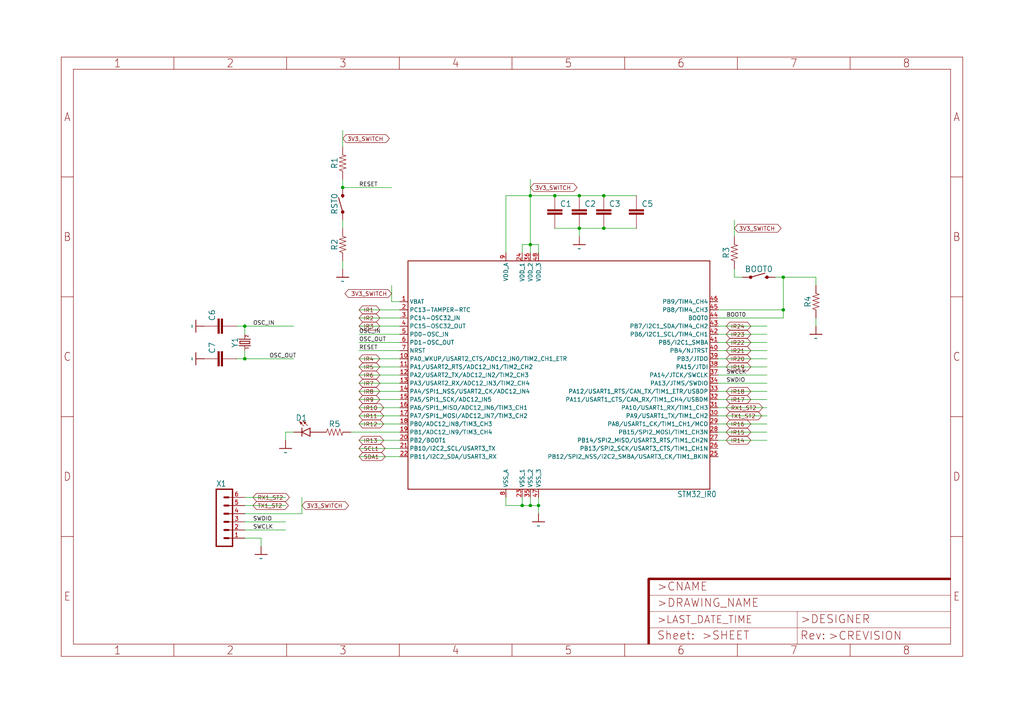
<source format=kicad_sch>
(kicad_sch (version 20211123) (generator eeschema)
  (paper "User" 318.77 225.501)
  (lib_symbols
    (symbol "layer3-eagle-import:CAPACITOR0603"
      (property "Reference" "C" (at 1.524 2.54 0))
      (property "Value" "CAPACITOR0603" (at 1.524 -2.54 0))
      (symbol "CAPACITOR0603_1_0"
        (rectangle (start -2.286 -0.762) (end 2.286 -0.254) (fill (type outline)))
        (rectangle (start -2.286 0.254) (end 2.286 0.762) (fill (type outline)))
        (polyline (pts (xy 0 -0.762) (xy 0 -5.08)) (stroke (width 0.1524)))
        (polyline (pts (xy 0 5.08) (xy 0 0.762)) (stroke (width 0.1524)))
        (pin passive line (at 0 5.08 270) (length 0) (name "1") (number "1"))
        (pin passive line (at 0 -5.08 90) (length 0) (name "2") (number "2"))
      )
    )
    (symbol "layer3-eagle-import:CRYSTALSMD-5X3.2-2PAD"
      (property "Reference" "Y" (at 0 2.032 0))
      (property "Value" "CRYSTALSMD-5X3.2-2PAD" (at 0 -2.032 0))
      (symbol "CRYSTALSMD-5X3.2-2PAD_1_0"
        (polyline (pts (xy -2.54 0) (xy -1.016 0)) (stroke (width 0.1524)))
        (polyline (pts (xy -1.016 1.778) (xy -1.016 -1.778)) (stroke (width 0.254)))
        (polyline (pts (xy -0.381 -1.524) (xy 0.381 -1.524)) (stroke (width 0.254)))
        (polyline (pts (xy -0.381 1.524) (xy -0.381 -1.524)) (stroke (width 0.254)))
        (polyline (pts (xy 0.381 -1.524) (xy 0.381 1.524)) (stroke (width 0.254)))
        (polyline (pts (xy 0.381 1.524) (xy -0.381 1.524)) (stroke (width 0.254)))
        (polyline (pts (xy 1.016 0) (xy 2.54 0)) (stroke (width 0.1524)))
        (polyline (pts (xy 1.016 1.778) (xy 1.016 -1.778)) (stroke (width 0.254)))
        (text "1" (at -2.159 -1.143 0) (effects (font (size 0.8636 0.734)) (justify left bottom)))
        (text "2" (at 1.524 -1.143 0) (effects (font (size 0.8636 0.734)) (justify left bottom)))
        (pin passive line (at -2.54 0 0) (length 0) (name "1") (number "P$1"))
        (pin passive line (at 2.54 0 180) (length 0) (name "2") (number "P$2"))
      )
    )
    (symbol "layer3-eagle-import:FRAME-A4L"
      (symbol "FRAME-A4L_0_0"
        (polyline (pts (xy -3.81 33.528) (xy 0 33.528)))
        (polyline (pts (xy -3.81 70.866) (xy 0 70.866)))
        (polyline (pts (xy -3.81 108.204) (xy 0 108.204)))
        (polyline (pts (xy -3.81 145.542) (xy 0 145.542)))
        (polyline (pts (xy 0 0) (xy 0 179.07)))
        (polyline (pts (xy 31.2738 -3.81) (xy 31.2738 0)))
        (polyline (pts (xy 31.2738 179.07) (xy 31.2738 182.88)))
        (polyline (pts (xy 66.3575 -3.81) (xy 66.3575 0)))
        (polyline (pts (xy 66.3575 179.07) (xy 66.3575 182.88)))
        (polyline (pts (xy 101.4413 -3.81) (xy 101.4413 0)))
        (polyline (pts (xy 101.4413 179.07) (xy 101.4413 182.88)))
        (polyline (pts (xy 136.525 -3.81) (xy 136.525 0)))
        (polyline (pts (xy 136.525 179.07) (xy 136.525 182.88)))
        (polyline (pts (xy 171.6088 -3.81) (xy 171.6088 0)))
        (polyline (pts (xy 171.6088 179.07) (xy 171.6088 182.88)))
        (polyline (pts (xy 206.6925 -3.81) (xy 206.6925 0)))
        (polyline (pts (xy 206.6925 179.07) (xy 206.6925 182.88)))
        (polyline (pts (xy 241.7763 -3.81) (xy 241.7763 0)))
        (polyline (pts (xy 241.7763 179.07) (xy 241.7763 182.88)))
        (polyline (pts (xy 273.05 0) (xy 0 0)))
        (polyline (pts (xy 273.05 0) (xy 273.05 179.07)))
        (polyline (pts (xy 273.05 33.528) (xy 276.86 33.528)))
        (polyline (pts (xy 273.05 70.866) (xy 276.86 70.866)))
        (polyline (pts (xy 273.05 108.204) (xy 276.86 108.204)))
        (polyline (pts (xy 273.05 145.542) (xy 276.86 145.542)))
        (polyline (pts (xy 273.05 179.07) (xy 0 179.07)))
        (polyline (pts (xy -3.81 -3.81) (xy 276.86 -3.81) (xy 276.86 182.88) (xy -3.81 182.88) (xy -3.81 -3.81)))
        (text "1" (at 13.7319 -1.905 0) (effects (font (size 2.54 2.286))))
        (text "1" (at 13.7319 180.975 0) (effects (font (size 2.54 2.286))))
        (text "2" (at 48.8156 -1.905 0) (effects (font (size 2.54 2.286))))
        (text "2" (at 48.8156 180.975 0) (effects (font (size 2.54 2.286))))
        (text "3" (at 83.8994 -1.905 0) (effects (font (size 2.54 2.286))))
        (text "3" (at 83.8994 180.975 0) (effects (font (size 2.54 2.286))))
        (text "4" (at 118.9831 -1.905 0) (effects (font (size 2.54 2.286))))
        (text "4" (at 118.9831 180.975 0) (effects (font (size 2.54 2.286))))
        (text "5" (at 154.0669 -1.905 0) (effects (font (size 2.54 2.286))))
        (text "5" (at 154.0669 180.975 0) (effects (font (size 2.54 2.286))))
        (text "6" (at 189.1506 -1.905 0) (effects (font (size 2.54 2.286))))
        (text "6" (at 189.1506 180.975 0) (effects (font (size 2.54 2.286))))
        (text "7" (at 224.2344 -1.905 0) (effects (font (size 2.54 2.286))))
        (text "7" (at 224.2344 180.975 0) (effects (font (size 2.54 2.286))))
        (text "8" (at 259.3181 -1.905 0) (effects (font (size 2.54 2.286))))
        (text "8" (at 259.3181 180.975 0) (effects (font (size 2.54 2.286))))
        (text "A" (at -1.905 164.211 0) (effects (font (size 2.54 2.286))))
        (text "A" (at 274.955 164.211 0) (effects (font (size 2.54 2.286))))
        (text "B" (at -1.905 126.873 0) (effects (font (size 2.54 2.286))))
        (text "B" (at 274.955 126.873 0) (effects (font (size 2.54 2.286))))
        (text "C" (at -1.905 89.535 0) (effects (font (size 2.54 2.286))))
        (text "C" (at 274.955 89.535 0) (effects (font (size 2.54 2.286))))
        (text "D" (at -1.905 52.197 0) (effects (font (size 2.54 2.286))))
        (text "D" (at 274.955 52.197 0) (effects (font (size 2.54 2.286))))
        (text "E" (at -1.905 14.859 0) (effects (font (size 2.54 2.286))))
        (text "E" (at 274.955 14.859 0) (effects (font (size 2.54 2.286))))
      )
      (symbol "FRAME-A4L_1_0"
        (polyline (pts (xy 179.07 10.16) (xy 225.29 10.16)) (stroke (width 0.1016)))
        (polyline (pts (xy 179.07 15.24) (xy 273.05 15.24)) (stroke (width 0.1016)))
        (polyline (pts (xy 179.07 19.05) (xy 179.07 20.32)) (stroke (width 0.6096)))
        (polyline (pts (xy 179.07 20.32) (xy 180.34 20.32)) (stroke (width 0.6096)))
        (polyline (pts (xy 225.29 -0.1) (xy 225.29 5.08)) (stroke (width 0.1016)))
        (polyline (pts (xy 225.29 5.08) (xy 179.07 5.08)) (stroke (width 0.1016)))
        (polyline (pts (xy 225.29 5.08) (xy 225.29 10.16)) (stroke (width 0.1016)))
        (polyline (pts (xy 225.29 5.08) (xy 273.05 5.08)) (stroke (width 0.1016)))
        (polyline (pts (xy 225.29 10.16) (xy 273.05 10.16)) (stroke (width 0.1016)))
        (rectangle (start 178.7652 0) (end 179.3748 20.32) (fill (type outline)))
        (rectangle (start 179.07 20.6248) (end 273.05 20.0152) (fill (type outline)))
        (text ">CNAME" (at 181.61 16.51 0) (effects (font (size 2.54 2.54)) (justify left bottom)))
        (text ">CREVISION" (at 234.92 1.17 0) (effects (font (size 2.54 2.54)) (justify left bottom)))
        (text ">DESIGNER" (at 226.26 6.35 0) (effects (font (size 2.54 2.54)) (justify left bottom)))
        (text ">DRAWING_NAME" (at 181.61 11.43 0) (effects (font (size 2.54 2.54)) (justify left bottom)))
        (text ">LAST_DATE_TIME" (at 181.61 6.35 0) (effects (font (size 2.286 2.286)) (justify left bottom)))
        (text ">SHEET" (at 195.58 1.27 0) (effects (font (size 2.54 2.54)) (justify left bottom)))
        (text "Rev:" (at 226.16 1.27 0) (effects (font (size 2.54 2.54)) (justify left bottom)))
        (text "Sheet:" (at 181.61 1.27 0) (effects (font (size 2.54 2.54)) (justify left bottom)))
      )
    )
    (symbol "layer3-eagle-import:GND" (power)
      (property "Value" "GND" (at 0 -0.254 0))
      (symbol "GND_1_0"
        (polyline (pts (xy -1.905 0) (xy 1.905 0)) (stroke (width 0.254)))
        (pin power_in line (at 0 2.54 270) (length 2.54) (name "GND") (number "1"))
      )
    )
    (symbol "layer3-eagle-import:LED0603"
      (property "Reference" "D" (at -3.429 -4.572 90))
      (property "Value" "LED0603" (at 1.905 -4.572 90))
      (symbol "LED0603_1_0"
        (polyline (pts (xy -2.032 -0.762) (xy -3.429 -2.159)) (stroke (width 0.1524)))
        (polyline (pts (xy -1.905 -1.905) (xy -3.302 -3.302)) (stroke (width 0.1524)))
        (polyline (pts (xy 0 -2.54) (xy -1.27 -2.54)) (stroke (width 0.254)))
        (polyline (pts (xy 0 -2.54) (xy -1.27 0)) (stroke (width 0.254)))
        (polyline (pts (xy 1.27 -2.54) (xy 0 -2.54)) (stroke (width 0.254)))
        (polyline (pts (xy 1.27 0) (xy -1.27 0)) (stroke (width 0.254)))
        (polyline (pts (xy 1.27 0) (xy 0 -2.54)) (stroke (width 0.254)))
        (polyline (pts (xy -3.429 -2.159) (xy -3.048 -1.27) (xy -2.54 -1.778)) (fill (type outline)))
        (polyline (pts (xy -3.302 -3.302) (xy -2.921 -2.413) (xy -2.413 -2.921)) (fill (type outline)))
        (pin passive line (at 0 2.54 270) (length 2.54) (name "A") (number "A"))
        (pin passive line (at 0 -5.08 90) (length 2.54) (name "C") (number "C"))
      )
    )
    (symbol "layer3-eagle-import:MOMENTARY_SWITCH_4X3"
      (property "Value" "MOMENTARY_SWITCH_4X3" (at 0 -0.508 0))
      (symbol "MOMENTARY_SWITCH_4X3_1_0"
        (circle (center -2.54 0) (radius 0.127) (stroke (width 0.4064)))
        (polyline (pts (xy -2.54 0) (xy 1.905 1.27)) (stroke (width 0.254)))
        (polyline (pts (xy 1.905 0) (xy 2.54 0)) (stroke (width 0.254)))
        (circle (center 2.54 0) (radius 0.127) (stroke (width 0.4064)))
        (pin passive line (at -5.08 0 0) (length 2.54) (name "1") (number "P$1"))
        (pin passive line (at 5.08 0 180) (length 2.54) (name "2") (number "P$2"))
      )
    )
    (symbol "layer3-eagle-import:RESISTOR0603"
      (property "Reference" "R" (at 0 1.524 0))
      (property "Value" "RESISTOR0603" (at 0 -1.524 0))
      (symbol "RESISTOR0603_1_0"
        (polyline (pts (xy -2.54 0) (xy -2.159 1.016)) (stroke (width 0.1524)))
        (polyline (pts (xy -2.159 1.016) (xy -1.524 -1.016)) (stroke (width 0.1524)))
        (polyline (pts (xy -1.524 -1.016) (xy -0.889 1.016)) (stroke (width 0.1524)))
        (polyline (pts (xy -0.889 1.016) (xy -0.254 -1.016)) (stroke (width 0.1524)))
        (polyline (pts (xy -0.254 -1.016) (xy 0.381 1.016)) (stroke (width 0.1524)))
        (polyline (pts (xy 0.381 1.016) (xy 1.016 -1.016)) (stroke (width 0.1524)))
        (polyline (pts (xy 1.016 -1.016) (xy 1.651 1.016)) (stroke (width 0.1524)))
        (polyline (pts (xy 1.651 1.016) (xy 2.286 -1.016)) (stroke (width 0.1524)))
        (polyline (pts (xy 2.286 -1.016) (xy 2.54 0)) (stroke (width 0.1524)))
        (pin passive line (at -5.08 0 0) (length 2.54) (name "1") (number "1"))
        (pin passive line (at 5.08 0 180) (length 2.54) (name "2") (number "2"))
      )
    )
    (symbol "layer3-eagle-import:SM06B-SRSS-TB"
      (property "Reference" "X" (at -1.27 8.382 0))
      (property "Value" "SM06B-SRSS-TB" (at -1.27 -12.7 0))
      (symbol "SM06B-SRSS-TB_1_0"
        (polyline (pts (xy -1.27 7.62) (xy -1.27 -10.16)) (stroke (width 0.4064)))
        (polyline (pts (xy -1.27 7.62) (xy 3.81 7.62)) (stroke (width 0.4064)))
        (polyline (pts (xy 1.27 -7.62) (xy 2.54 -7.62)) (stroke (width 0.6096)))
        (polyline (pts (xy 1.27 -5.08) (xy 2.54 -5.08)) (stroke (width 0.6096)))
        (polyline (pts (xy 1.27 -2.54) (xy 2.54 -2.54)) (stroke (width 0.6096)))
        (polyline (pts (xy 1.27 0) (xy 2.54 0)) (stroke (width 0.6096)))
        (polyline (pts (xy 1.27 2.54) (xy 2.54 2.54)) (stroke (width 0.6096)))
        (polyline (pts (xy 1.27 5.08) (xy 2.54 5.08)) (stroke (width 0.6096)))
        (polyline (pts (xy 3.81 -10.16) (xy -1.27 -10.16)) (stroke (width 0.4064)))
        (polyline (pts (xy 3.81 -10.16) (xy 3.81 7.62)) (stroke (width 0.4064)))
        (pin passive line (at 7.62 -7.62 180) (length 5.08) (name "1") (number "1"))
        (pin passive line (at 7.62 -5.08 180) (length 5.08) (name "2") (number "2"))
        (pin passive line (at 7.62 -2.54 180) (length 5.08) (name "3") (number "3"))
        (pin passive line (at 7.62 0 180) (length 5.08) (name "4") (number "4"))
        (pin passive line (at 7.62 2.54 180) (length 5.08) (name "5") (number "5"))
        (pin passive line (at 7.62 5.08 180) (length 5.08) (name "6") (number "6"))
      )
    )
    (symbol "layer3-eagle-import:STM32F103CBT6"
      (property "Value" "STM32F103CBT6" (at 45.72 38.1 0))
      (symbol "STM32F103CBT6_1_0"
        (polyline (pts (xy -45.72 -35.56) (xy 48.26 -35.56)) (stroke (width 0.254)))
        (polyline (pts (xy -45.72 35.56) (xy -45.72 -35.56)) (stroke (width 0.254)))
        (polyline (pts (xy 48.26 -35.56) (xy 48.26 35.56)) (stroke (width 0.254)))
        (polyline (pts (xy 48.26 35.56) (xy -45.72 35.56)) (stroke (width 0.254)))
        (pin power_in line (at -48.26 22.86 0) (length 2.54) (name "VBAT") (number "1"))
        (pin bidirectional line (at -48.26 5.08 0) (length 2.54) (name "PA0_WKUP/USART2_CTS/ADC12_IN0/TIM2_CH1_ETR") (number "10"))
        (pin bidirectional line (at -48.26 2.54 0) (length 2.54) (name "PA1/USART2_RTS/ADC12_IN1/TIM2_CH2") (number "11"))
        (pin bidirectional line (at -48.26 0 0) (length 2.54) (name "PA2/USART2_TX/ADC12_IN2/TIM2_CH3") (number "12"))
        (pin bidirectional line (at -48.26 -2.54 0) (length 2.54) (name "PA3/USART2_RX/ADC12_IN3/TIM2_CH4") (number "13"))
        (pin bidirectional line (at -48.26 -5.08 0) (length 2.54) (name "PA4/SPI1_NSS/USART2_CK/ADC12_IN4") (number "14"))
        (pin bidirectional line (at -48.26 -7.62 0) (length 2.54) (name "PA5/SPI1_SCK/ADC12_IN5") (number "15"))
        (pin bidirectional line (at -48.26 -10.16 0) (length 2.54) (name "PA6/SPI1_MISO/ADC12_IN6/TIM3_CH1") (number "16"))
        (pin bidirectional line (at -48.26 -12.7 0) (length 2.54) (name "PA7/SPI1_MOSI/ADC12_IN7/TIM3_CH2") (number "17"))
        (pin bidirectional line (at -48.26 -15.24 0) (length 2.54) (name "PB0/ADC12_IN8/TIM3_CH3") (number "18"))
        (pin bidirectional line (at -48.26 -17.78 0) (length 2.54) (name "PB1/ADC12_IN9/TIM3_CH4") (number "19"))
        (pin input line (at -48.26 20.32 0) (length 2.54) (name "PC13-TAMPER-RTC") (number "2"))
        (pin bidirectional line (at -48.26 -20.32 0) (length 2.54) (name "PB2/BOOT1") (number "20"))
        (pin input line (at -48.26 -22.86 0) (length 2.54) (name "PB10/I2C2_SCL/USART3_TX") (number "21"))
        (pin input line (at -48.26 -25.4 0) (length 2.54) (name "PB11/I2C2_SDA/USART3_RX") (number "22"))
        (pin power_in line (at -10.16 -38.1 90) (length 2.54) (name "VSS_1") (number "23"))
        (pin power_in line (at -10.16 38.1 270) (length 2.54) (name "VDD_1") (number "24"))
        (pin input line (at 50.8 -25.4 180) (length 2.54) (name "PB12/SPI2_NSS/I2C2_SMBA/USART3_CK/TIM1_BKIN") (number "25"))
        (pin input line (at 50.8 -22.86 180) (length 2.54) (name "PB13/SPI2_SCK/USART3_CTS/TIM1_CH1N") (number "26"))
        (pin input line (at 50.8 -20.32 180) (length 2.54) (name "PB14/SPI2_MISO/USART3_RTS/TIM1_CH2N") (number "27"))
        (pin input line (at 50.8 -17.78 180) (length 2.54) (name "PB15/SPI2_MOSI/TIM1_CH3N") (number "28"))
        (pin bidirectional line (at 50.8 -15.24 180) (length 2.54) (name "PA8/USART1_CK/TIM1_CH1/MCO") (number "29"))
        (pin input line (at -48.26 17.78 0) (length 2.54) (name "PC14-OSC32_IN") (number "3"))
        (pin input line (at 50.8 -12.7 180) (length 2.54) (name "PA9/USART1_TX/TIM1_CH2") (number "30"))
        (pin bidirectional line (at 50.8 -10.16 180) (length 2.54) (name "PA10/USART1_RX/TIM1_CH3") (number "31"))
        (pin bidirectional line (at 50.8 -7.62 180) (length 2.54) (name "PA11/USART1_CTS/CAN_RX/TIM1_CH4/USBDM") (number "32"))
        (pin bidirectional line (at 50.8 -5.08 180) (length 2.54) (name "PA12/USART1_RTS/CAN_TX/TIM1_ETR/USBDP") (number "33"))
        (pin bidirectional line (at 50.8 -2.54 180) (length 2.54) (name "PA13/JTMS/SWDIO") (number "34"))
        (pin power_in line (at -7.62 -38.1 90) (length 2.54) (name "VSS_2") (number "35"))
        (pin power_in line (at -7.62 38.1 270) (length 2.54) (name "VDD_2") (number "36"))
        (pin bidirectional line (at 50.8 0 180) (length 2.54) (name "PA14/JTCK/SWCLK") (number "37"))
        (pin bidirectional line (at 50.8 2.54 180) (length 2.54) (name "PA15/JTDI") (number "38"))
        (pin bidirectional line (at 50.8 5.08 180) (length 2.54) (name "PB3/JTDO") (number "39"))
        (pin input line (at -48.26 15.24 0) (length 2.54) (name "PC15-OSC32_OUT") (number "4"))
        (pin bidirectional line (at 50.8 7.62 180) (length 2.54) (name "PB4/NJTRST") (number "40"))
        (pin input line (at 50.8 10.16 180) (length 2.54) (name "PB5/I2C1_SMBA") (number "41"))
        (pin input line (at 50.8 12.7 180) (length 2.54) (name "PB6/I2C1_SCL/TIM4_CH1") (number "42"))
        (pin bidirectional line (at 50.8 15.24 180) (length 2.54) (name "PB7/I2C1_SDA/TIM4_CH2") (number "43"))
        (pin input line (at 50.8 17.78 180) (length 2.54) (name "BOOT0") (number "44"))
        (pin bidirectional line (at 50.8 20.32 180) (length 2.54) (name "PB8/TIM4_CH3") (number "45"))
        (pin input line (at 50.8 22.86 180) (length 2.54) (name "PB9/TIM4_CH4") (number "46"))
        (pin power_in line (at -5.08 -38.1 90) (length 2.54) (name "VSS_3") (number "47"))
        (pin power_in line (at -5.08 38.1 270) (length 2.54) (name "VDD_3") (number "48"))
        (pin input line (at -48.26 12.7 0) (length 2.54) (name "PD0-OSC_IN") (number "5"))
        (pin input line (at -48.26 10.16 0) (length 2.54) (name "PD1-OSC_OUT") (number "6"))
        (pin input line (at -48.26 7.62 0) (length 2.54) (name "NRST") (number "7"))
        (pin power_in line (at -15.24 -38.1 90) (length 2.54) (name "VSS_A") (number "8"))
        (pin power_in line (at -15.24 38.1 270) (length 2.54) (name "VDD_A") (number "9"))
      )
    )
  )
  (junction (at 76.2 111.76))
  (junction (at 165.1 60.96))
  (junction (at 187.96 60.96))
  (junction (at 243.84 96.52))
  (junction (at 243.84 86.36))
  (junction (at 172.72 60.96))
  (junction (at 180.34 71.12))
  (junction (at 165.1 76.2))
  (junction (at 187.96 71.12))
  (junction (at 180.34 60.96))
  (junction (at 165.1 157.48))
  (junction (at 106.68 58.42))
  (junction (at 162.56 157.48))
  (junction (at 76.2 101.6))
  (junction (at 167.64 157.48))
  (wire (pts (xy 124.46 96.52) (xy 111.76 96.52)))
  (wire (pts (xy 124.46 106.68) (xy 111.76 106.68)))
  (wire (pts (xy 167.64 154.94) (xy 167.64 157.48)))
  (wire (pts (xy 81.28 167.64) (xy 81.28 170.18)))
  (wire (pts (xy 76.2 165.1) (xy 88.9 165.1)))
  (wire (pts (xy 124.46 101.6) (xy 111.76 101.6)))
  (wire (pts (xy 124.46 116.84) (xy 111.76 116.84)))
  (wire (pts (xy 228.6 68.58) (xy 228.6 73.66)))
  (wire (pts (xy 124.46 129.54) (xy 111.76 129.54)))
  (wire (pts (xy 124.46 111.76) (xy 111.76 111.76)))
  (wire (pts (xy 243.84 86.36) (xy 254 86.36)))
  (wire (pts (xy 172.72 60.96) (xy 180.34 60.96)))
  (wire (pts (xy 165.1 157.48) (xy 167.64 157.48)))
  (wire (pts (xy 223.52 121.92) (xy 238.76 121.92)))
  (wire (pts (xy 165.1 60.96) (xy 165.1 55.88)))
  (wire (pts (xy 91.44 134.62) (xy 88.9 134.62)))
  (wire (pts (xy 76.2 162.56) (xy 88.9 162.56)))
  (wire (pts (xy 254 86.36) (xy 254 88.9)))
  (wire (pts (xy 223.52 127) (xy 238.76 127)))
  (wire (pts (xy 180.34 71.12) (xy 180.34 73.66)))
  (wire (pts (xy 223.52 99.06) (xy 243.84 99.06)))
  (wire (pts (xy 165.1 78.74) (xy 165.1 76.2)))
  (wire (pts (xy 162.56 76.2) (xy 165.1 76.2)))
  (wire (pts (xy 106.68 58.42) (xy 121.92 58.42)))
  (wire (pts (xy 228.6 86.36) (xy 231.14 86.36)))
  (wire (pts (xy 124.46 114.3) (xy 111.76 114.3)))
  (wire (pts (xy 180.34 60.96) (xy 187.96 60.96)))
  (wire (pts (xy 76.2 109.22) (xy 76.2 111.76)))
  (wire (pts (xy 223.52 101.6) (xy 238.76 101.6)))
  (wire (pts (xy 124.46 134.62) (xy 109.22 134.62)))
  (wire (pts (xy 76.2 111.76) (xy 73.66 111.76)))
  (wire (pts (xy 76.2 101.6) (xy 73.66 101.6)))
  (wire (pts (xy 124.46 93.98) (xy 121.92 93.98)))
  (wire (pts (xy 76.2 167.64) (xy 81.28 167.64)))
  (wire (pts (xy 223.52 134.62) (xy 238.76 134.62)))
  (wire (pts (xy 223.52 104.14) (xy 238.76 104.14)))
  (wire (pts (xy 243.84 96.52) (xy 243.84 86.36)))
  (wire (pts (xy 106.68 71.12) (xy 106.68 68.58)))
  (wire (pts (xy 241.3 86.36) (xy 243.84 86.36)))
  (wire (pts (xy 106.68 55.88) (xy 106.68 58.42)))
  (wire (pts (xy 76.2 160.02) (xy 93.98 160.02)))
  (wire (pts (xy 157.48 60.96) (xy 165.1 60.96)))
  (wire (pts (xy 162.56 157.48) (xy 165.1 157.48)))
  (wire (pts (xy 91.44 111.76) (xy 76.2 111.76)))
  (wire (pts (xy 223.52 96.52) (xy 243.84 96.52)))
  (wire (pts (xy 76.2 157.48) (xy 88.9 157.48)))
  (wire (pts (xy 172.72 71.12) (xy 180.34 71.12)))
  (wire (pts (xy 187.96 60.96) (xy 198.12 60.96)))
  (wire (pts (xy 223.52 137.16) (xy 238.76 137.16)))
  (wire (pts (xy 172.72 60.96) (xy 165.1 60.96)))
  (wire (pts (xy 223.52 124.46) (xy 238.76 124.46)))
  (wire (pts (xy 76.2 104.14) (xy 76.2 101.6)))
  (wire (pts (xy 223.52 132.08) (xy 238.76 132.08)))
  (wire (pts (xy 223.52 114.3) (xy 238.76 114.3)))
  (wire (pts (xy 124.46 104.14) (xy 111.76 104.14)))
  (wire (pts (xy 124.46 127) (xy 111.76 127)))
  (wire (pts (xy 228.6 83.82) (xy 228.6 86.36)))
  (wire (pts (xy 162.56 154.94) (xy 162.56 157.48)))
  (wire (pts (xy 223.52 119.38) (xy 238.76 119.38)))
  (wire (pts (xy 124.46 119.38) (xy 111.76 119.38)))
  (wire (pts (xy 157.48 154.94) (xy 157.48 157.48)))
  (wire (pts (xy 106.68 83.82) (xy 106.68 81.28)))
  (wire (pts (xy 223.52 129.54) (xy 238.76 129.54)))
  (wire (pts (xy 167.64 157.48) (xy 167.64 160.02)))
  (wire (pts (xy 124.46 124.46) (xy 111.76 124.46)))
  (wire (pts (xy 165.1 154.94) (xy 165.1 157.48)))
  (wire (pts (xy 157.48 78.74) (xy 157.48 60.96)))
  (wire (pts (xy 124.46 139.7) (xy 111.76 139.7)))
  (wire (pts (xy 157.48 157.48) (xy 162.56 157.48)))
  (wire (pts (xy 124.46 99.06) (xy 111.76 99.06)))
  (wire (pts (xy 243.84 99.06) (xy 243.84 96.52)))
  (wire (pts (xy 93.98 160.02) (xy 93.98 154.94)))
  (wire (pts (xy 121.92 93.98) (xy 121.92 88.9)))
  (wire (pts (xy 167.64 76.2) (xy 165.1 76.2)))
  (wire (pts (xy 88.9 134.62) (xy 88.9 137.16)))
  (wire (pts (xy 165.1 76.2) (xy 165.1 60.96)))
  (wire (pts (xy 124.46 109.22) (xy 111.76 109.22)))
  (wire (pts (xy 223.52 109.22) (xy 238.76 109.22)))
  (wire (pts (xy 180.34 71.12) (xy 187.96 71.12)))
  (wire (pts (xy 76.2 154.94) (xy 88.9 154.94)))
  (wire (pts (xy 254 99.06) (xy 254 101.6)))
  (wire (pts (xy 124.46 137.16) (xy 111.76 137.16)))
  (wire (pts (xy 223.52 116.84) (xy 238.76 116.84)))
  (wire (pts (xy 124.46 132.08) (xy 111.76 132.08)))
  (wire (pts (xy 162.56 78.74) (xy 162.56 76.2)))
  (wire (pts (xy 124.46 121.92) (xy 111.76 121.92)))
  (wire (pts (xy 124.46 142.24) (xy 111.76 142.24)))
  (wire (pts (xy 167.64 78.74) (xy 167.64 76.2)))
  (wire (pts (xy 198.12 71.12) (xy 187.96 71.12)))
  (wire (pts (xy 106.68 45.72) (xy 106.68 40.64)))
  (wire (pts (xy 223.52 106.68) (xy 238.76 106.68)))
  (wire (pts (xy 91.44 101.6) (xy 76.2 101.6)))
  (wire (pts (xy 223.52 111.76) (xy 238.76 111.76)))
  (label "OSC_OUT" (at 83.82 111.76 0) (effects (font (size 1.2446 1.2446))))
  (label "OSC_OUT" (at 111.76 106.68 0) (effects (font (size 1.2446 1.2446))))
  (label "OSC_IN" (at 78.74 101.6 0) (effects (font (size 1.2446 1.2446))))
  (label "SWDIO" (at 78.74 162.56 0) (effects (font (size 1.2446 1.2446))))
  (label "BOOT0" (at 226.06 99.06 0) (effects (font (size 1.2446 1.2446))))
  (label "SWDIO" (at 226.06 119.38 0) (effects (font (size 1.2446 1.2446))))
  (label "RESET" (at 111.76 109.22 0) (effects (font (size 1.2446 1.2446))))
  (label "RESET" (at 111.76 58.42 0) (effects (font (size 1.2446 1.2446))))
  (label "SWCLK" (at 226.06 116.84 0) (effects (font (size 1.2446 1.2446))))
  (label "SWCLK" (at 78.74 165.1 0) (effects (font (size 1.2446 1.2446))))
  (label "OSC_IN" (at 111.76 104.14 0) (effects (font (size 1.2446 1.2446))))
  (global_label "IR6" (shape bidirectional) (at 111.76 116.84 0) (effects (font (size 1.2446 1.2446))) (property "Intersheet References" "${INTERSHEET_REFS}" (effects hide)))
  (global_label "IR24" (shape bidirectional) (at 226.06 101.6 0) (effects (font (size 1.2446 1.2446))) (property "Intersheet References" "${INTERSHEET_REFS}" (effects hide)))
  (global_label "RX1_ST2" (shape bidirectional) (at 78.74 154.94 0) (effects (font (size 1.2446 1.2446))) (property "Intersheet References" "${INTERSHEET_REFS}" (effects hide)))
  (global_label "3V3_SWITCH" (shape bidirectional) (at 165.1 58.42 0) (effects (font (size 1.2446 1.2446))) (property "Intersheet References" "${INTERSHEET_REFS}" (effects hide)))
  (global_label "IR8" (shape bidirectional) (at 111.76 121.92 0) (effects (font (size 1.2446 1.2446))) (property "Intersheet References" "${INTERSHEET_REFS}" (effects hide)))
  (global_label "TX1_ST2" (shape bidirectional) (at 78.74 157.48 0) (effects (font (size 1.2446 1.2446))) (property "Intersheet References" "${INTERSHEET_REFS}" (effects hide)))
  (global_label "IR12" (shape bidirectional) (at 111.76 132.08 0) (effects (font (size 1.2446 1.2446))) (property "Intersheet References" "${INTERSHEET_REFS}" (effects hide)))
  (global_label "SDA1" (shape bidirectional) (at 111.76 142.24 0) (effects (font (size 1.2446 1.2446))) (property "Intersheet References" "${INTERSHEET_REFS}" (effects hide)))
  (global_label "IR2" (shape bidirectional) (at 111.76 99.06 0) (effects (font (size 1.2446 1.2446))) (property "Intersheet References" "${INTERSHEET_REFS}" (effects hide)))
  (global_label "IR22" (shape bidirectional) (at 226.06 106.68 0) (effects (font (size 1.2446 1.2446))) (property "Intersheet References" "${INTERSHEET_REFS}" (effects hide)))
  (global_label "IR19" (shape bidirectional) (at 226.06 114.3 0) (effects (font (size 1.2446 1.2446))) (property "Intersheet References" "${INTERSHEET_REFS}" (effects hide)))
  (global_label "IR18" (shape bidirectional) (at 226.06 121.92 0) (effects (font (size 1.2446 1.2446))) (property "Intersheet References" "${INTERSHEET_REFS}" (effects hide)))
  (global_label "3V3_SWITCH" (shape bidirectional) (at 93.98 157.48 0) (effects (font (size 1.2446 1.2446))) (property "Intersheet References" "${INTERSHEET_REFS}" (effects hide)))
  (global_label "IR14" (shape bidirectional) (at 226.06 137.16 0) (effects (font (size 1.2446 1.2446))) (property "Intersheet References" "${INTERSHEET_REFS}" (effects hide)))
  (global_label "IR4" (shape bidirectional) (at 111.76 111.76 0) (effects (font (size 1.2446 1.2446))) (property "Intersheet References" "${INTERSHEET_REFS}" (effects hide)))
  (global_label "IR5" (shape bidirectional) (at 111.76 114.3 0) (effects (font (size 1.2446 1.2446))) (property "Intersheet References" "${INTERSHEET_REFS}" (effects hide)))
  (global_label "3V3_SWITCH" (shape bidirectional) (at 228.6 71.12 0) (effects (font (size 1.2446 1.2446))) (property "Intersheet References" "${INTERSHEET_REFS}" (effects hide)))
  (global_label "3V3_SWITCH" (shape bidirectional) (at 121.92 91.44 180) (effects (font (size 1.2446 1.2446))) (property "Intersheet References" "${INTERSHEET_REFS}" (effects hide)))
  (global_label "IR23" (shape bidirectional) (at 226.06 104.14 0) (effects (font (size 1.2446 1.2446))) (property "Intersheet References" "${INTERSHEET_REFS}" (effects hide)))
  (global_label "IR16" (shape bidirectional) (at 226.06 132.08 0) (effects (font (size 1.2446 1.2446))) (property "Intersheet References" "${INTERSHEET_REFS}" (effects hide)))
  (global_label "IR9" (shape bidirectional) (at 111.76 124.46 0) (effects (font (size 1.2446 1.2446))) (property "Intersheet References" "${INTERSHEET_REFS}" (effects hide)))
  (global_label "TX1_ST2" (shape bidirectional) (at 226.06 129.54 0) (effects (font (size 1.2446 1.2446))) (property "Intersheet References" "${INTERSHEET_REFS}" (effects hide)))
  (global_label "IR11" (shape bidirectional) (at 111.76 129.54 0) (effects (font (size 1.2446 1.2446))) (property "Intersheet References" "${INTERSHEET_REFS}" (effects hide)))
  (global_label "IR13" (shape bidirectional) (at 111.76 137.16 0) (effects (font (size 1.2446 1.2446))) (property "Intersheet References" "${INTERSHEET_REFS}" (effects hide)))
  (global_label "IR20" (shape bidirectional) (at 226.06 111.76 0) (effects (font (size 1.2446 1.2446))) (property "Intersheet References" "${INTERSHEET_REFS}" (effects hide)))
  (global_label "IR21" (shape bidirectional) (at 226.06 109.22 0) (effects (font (size 1.2446 1.2446))) (property "Intersheet References" "${INTERSHEET_REFS}" (effects hide)))
  (global_label "IR10" (shape bidirectional) (at 111.76 127 0) (effects (font (size 1.2446 1.2446))) (property "Intersheet References" "${INTERSHEET_REFS}" (effects hide)))
  (global_label "3V3_SWITCH" (shape bidirectional) (at 106.68 43.18 0) (effects (font (size 1.2446 1.2446))) (property "Intersheet References" "${INTERSHEET_REFS}" (effects hide)))
  (global_label "IR17" (shape bidirectional) (at 226.06 124.46 0) (effects (font (size 1.2446 1.2446))) (property "Intersheet References" "${INTERSHEET_REFS}" (effects hide)))
  (global_label "IR3" (shape bidirectional) (at 111.76 101.6 0) (effects (font (size 1.2446 1.2446))) (property "Intersheet References" "${INTERSHEET_REFS}" (effects hide)))
  (global_label "IR7" (shape bidirectional) (at 111.76 119.38 0) (effects (font (size 1.2446 1.2446))) (property "Intersheet References" "${INTERSHEET_REFS}" (effects hide)))
  (global_label "IR1" (shape bidirectional) (at 111.76 96.52 0) (effects (font (size 1.2446 1.2446))) (property "Intersheet References" "${INTERSHEET_REFS}" (effects hide)))
  (global_label "SCL1" (shape bidirectional) (at 111.76 139.7 0) (effects (font (size 1.2446 1.2446))) (property "Intersheet References" "${INTERSHEET_REFS}" (effects hide)))
  (global_label "IR15" (shape bidirectional) (at 226.06 134.62 0) (effects (font (size 1.2446 1.2446))) (property "Intersheet References" "${INTERSHEET_REFS}" (effects hide)))
  (global_label "RX1_ST2" (shape bidirectional) (at 226.06 127 0) (effects (font (size 1.2446 1.2446))) (property "Intersheet References" "${INTERSHEET_REFS}" (effects hide)))
  (symbol (lib_id "layer3-eagle-import:RESISTOR0603") (at 228.6 78.74 90) (unit 1)
    (property "Reference" "R3" (at 227.076 78.74 0) (effects (font (size 1.778 1.778)) (justify bottom)))
  )
  (symbol (lib_id "layer3-eagle-import:CAPACITOR0603") (at 68.58 111.76 90) (unit 1)
    (property "Reference" "C7" (at 66.04 110.236 0) (effects (font (size 1.778 1.778)) (justify left)))
  )
  (symbol (lib_id "layer3-eagle-import:GND") (at 167.64 162.56 0) (unit 1)
    (property "Reference" "#GND26" (effects hide))
  )
  (symbol (lib_id "layer3-eagle-import:RESISTOR0603") (at 106.68 76.2 90) (unit 1)
    (property "Reference" "R2" (at 105.156 76.2 0) (effects (font (size 1.778 1.778)) (justify bottom)))
  )
  (symbol (lib_id "layer3-eagle-import:GND") (at 81.28 172.72 0) (unit 1)
    (property "Reference" "#GND24" (effects hide))
  )
  (symbol (lib_id "layer3-eagle-import:CAPACITOR0603") (at 187.96 66.04 0) (unit 1)
    (property "Reference" "C3" (at 189.484 63.5 0) (effects (font (size 1.778 1.778)) (justify left)))
  )
  (symbol (lib_id "layer3-eagle-import:GND") (at 60.96 111.76 270) (unit 1)
    (property "Reference" "#GND28" (effects hide))
  )
  (symbol (lib_id "layer3-eagle-import:CAPACITOR0603") (at 198.12 66.04 180) (unit 1)
    (property "Reference" "C5" (at 199.644 63.5 0) (effects (font (size 1.778 1.778)) (justify right)))
  )
  (symbol (lib_id "layer3-eagle-import:MOMENTARY_SWITCH_4X3") (at 106.68 63.5 90) (unit 1)
    (property "Reference" "RST0" (at 105.156 63.5 0) (effects (font (size 1.778 1.778)) (justify bottom)))
  )
  (symbol (lib_id "layer3-eagle-import:RESISTOR0603") (at 106.68 50.8 90) (unit 1)
    (property "Reference" "R1" (at 105.156 50.8 0) (effects (font (size 1.778 1.778)) (justify bottom)))
  )
  (symbol (lib_id "layer3-eagle-import:CAPACITOR0603") (at 68.58 101.6 90) (unit 1)
    (property "Reference" "C6" (at 66.04 100.076 0) (effects (font (size 1.778 1.778)) (justify left)))
  )
  (symbol (lib_id "layer3-eagle-import:GND") (at 254 104.14 0) (unit 1)
    (property "Reference" "#GND31" (effects hide))
  )
  (symbol (lib_id "layer3-eagle-import:STM32F103CBT6") (at 172.72 116.84 0) (unit 1)
    (property "Reference" "STM32_IR0" (at 210.82 154.94 0) (effects (font (size 1.778 1.5113)) (justify left bottom)))
  )
  (symbol (lib_id "layer3-eagle-import:SM06B-SRSS-TB") (at 68.58 160.02 0) (unit 1)
    (property "Reference" "X1" (at 67.31 151.638 0) (effects (font (size 1.778 1.5113)) (justify left bottom)))
  )
  (symbol (lib_id "layer3-eagle-import:GND") (at 60.96 101.6 270) (unit 1)
    (property "Reference" "#GND27" (effects hide))
  )
  (symbol (lib_id "layer3-eagle-import:CAPACITOR0603") (at 180.34 66.04 0) (unit 1)
    (property "Reference" "C2" (at 181.864 63.5 0) (effects (font (size 1.778 1.778)) (justify left)))
  )
  (symbol (lib_id "layer3-eagle-import:CRYSTALSMD-5X3.2-2PAD") (at 76.2 106.68 90) (unit 1)
    (property "Reference" "Y1" (at 74.168 106.68 0) (effects (font (size 1.778 1.778)) (justify bottom)))
  )
  (symbol (lib_id "layer3-eagle-import:GND") (at 180.34 76.2 0) (unit 1)
    (property "Reference" "#GND25" (effects hide))
  )
  (symbol (lib_id "layer3-eagle-import:RESISTOR0603") (at 104.14 134.62 0) (unit 1)
    (property "Reference" "R5" (at 104.14 133.096 0) (effects (font (size 1.778 1.778)) (justify bottom)))
  )
  (symbol (lib_id "layer3-eagle-import:GND") (at 106.68 86.36 0) (unit 1)
    (property "Reference" "#GND29" (effects hide))
  )
  (symbol (lib_id "layer3-eagle-import:RESISTOR0603") (at 254 93.98 90) (unit 1)
    (property "Reference" "R4" (at 252.476 93.98 0) (effects (font (size 1.778 1.778)) (justify bottom)))
  )
  (symbol (lib_id "layer3-eagle-import:MOMENTARY_SWITCH_4X3") (at 236.22 86.36 0) (unit 1)
    (property "Reference" "BOOT0" (at 236.22 84.836 0) (effects (font (size 1.778 1.778)) (justify bottom)))
  )
  (symbol (lib_id "layer3-eagle-import:CAPACITOR0603") (at 172.72 66.04 0) (unit 1)
    (property "Reference" "C1" (at 174.244 63.5 0) (effects (font (size 1.778 1.778)) (justify left)))
  )
  (symbol (lib_id "layer3-eagle-import:GND") (at 88.9 139.7 0) (unit 1)
    (property "Reference" "#GND32" (effects hide))
  )
  (symbol (lib_id "layer3-eagle-import:LED0603") (at 96.52 134.62 270) (unit 1)
    (property "Reference" "D1" (at 91.948 131.191 90) (effects (font (size 1.778 1.778)) (justify left bottom)))
  )
  (symbol (lib_id "layer3-eagle-import:FRAME-A4L") (at 22.86 200.66 0) (unit 1)
    (property "Reference" "#FRAME2" (effects hide))
  )
)
</source>
